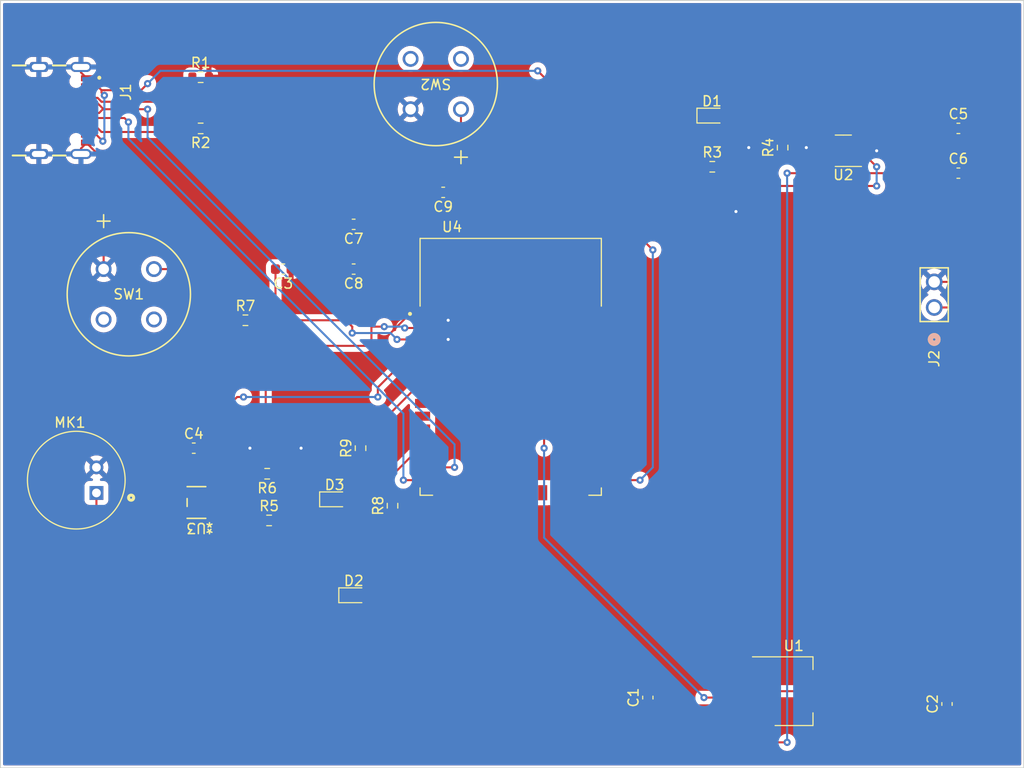
<source format=kicad_pcb>
(kicad_pcb (version 20221018) (generator pcbnew)
  (layers (0 "F.Cu" signal) (31 "B.Cu" signal) (34 "B.Paste" user) (35 "F.Paste" user) (36 "B.SilkS" user "B.Silkscreen") (37 "F.SilkS" user "F.Silkscreen") (38 "B.Mask" user) (39 "F.Mask" user) (44 "Edge.Cuts" user))
  (net 0 "")
  (net 1 "+5V")
  (net 2 "GND")
  (net 3 "+3.3V")
  (net 4 "Net-(U4-EN)")
  (net 5 "Net-(U4-GPIO4{slash}TOUCH4{slash}ADC1_CH3)")
  (net 6 "Net-(U3-V-)")
  (net 7 "+BATT")
  (net 8 "Net-(U4-GPIO0)")
  (net 9 "Net-(D1-K)")
  (net 10 "Net-(D2-A)")
  (net 11 "Net-(D3-A)")
  (net 12 "Net-(J1-CC1)")
  (net 13 "/D+")
  (net 14 "/D-")
  (net 16 "Net-(J1-CC2)")
  (net 18 "Net-(MK1--)")
  (net 19 "Net-(U2-STAT)")
  (net 20 "Net-(U2-PROG)")
  (net 21 "Net-(U3-+)")
  (net 22 "Net-(U4-GPIO8{slash}TOUCH8{slash}ADC1_CH7)")
  (net 23 "Net-(U4-GPIO7{slash}TOUCH7{slash}ADC1_CH6)")
  (footprint "Audio_Module:MIC_CMA-4544PF-W" (layer "F.Cu") (at 72.295 93.98)
    (fp_text reference "MK1" (at -0.635215 -5.717015) (layer "F.SilkS") (effects (font (size 1.000354 1.000354))))
    (fp_text value "Microphone")
    (pad "1" thru_hole rect (at 2 1.27) (size 1.378 1.378) (drill 0.87) (layers "*.Cu" "*.Mask") (net 18 "Net-(MK1--)"))
    (pad "2" thru_hole circle (at 2 -1.27) (size 1.378 1.378) (drill 0.87) (layers "*.Cu" "*.Mask") (net 2 "GND"))
  )
  (footprint "Capacitor_SMD:C_0603_1608Metric" (layer "F.Cu") (at 99.835 73.025 180)
    (fp_text reference "C8" (at 0 -1.43) (layer "F.SilkS"))
    (fp_text value ".1uF")
    (pad "1" smd roundrect (at -0.775 0 180) (size 0.9 0.95) (layers "F.Cu" "F.Paste" "F.Mask") (net 2 "GND"))
    (pad "2" smd roundrect (at 0.775 0 180) (size 0.9 0.95) (layers "F.Cu" "F.Paste" "F.Mask") (net 3 "+3.3V"))
  )
  (footprint "Capacitor_SMD:C_0603_1608Metric" (layer "F.Cu") (at 159.88 63.5)
    (fp_text reference "C6" (at 0 -1.43) (layer "F.SilkS"))
    (fp_text value "4.7 uF")
    (pad "1" smd roundrect (at -0.775 0) (size 0.9 0.95) (layers "F.Cu" "F.Paste" "F.Mask") (net 1 "+5V"))
    (pad "2" smd roundrect (at 0.775 0) (size 0.9 0.95) (layers "F.Cu" "F.Paste" "F.Mask") (net 2 "GND"))
  )
  (footprint "Resistor_SMD:R_0603_1608Metric" (layer "F.Cu") (at 84.645 59.055 180)
    (fp_text reference "R2" (at 0 -1.43) (layer "F.SilkS"))
    (fp_text value "5.1 k")
    (pad "1" smd roundrect (at -0.825 0 180) (size 0.8 0.95) (layers "F.Cu" "F.Paste" "F.Mask") (net 2 "GND"))
    (pad "2" smd roundrect (at 0.825 0 180) (size 0.8 0.95) (layers "F.Cu" "F.Paste" "F.Mask") (net 16 "Net-(J1-CC2)"))
  )
  (footprint "LED_SMD:LED_0603_1608Metric" (layer "F.Cu") (at 99.8475 105.41)
    (fp_text reference "D2" (at 0 -1.43) (layer "F.SilkS"))
    (fp_text value "LED")
    (pad "1" smd roundrect (at -0.7875 0) (size 0.875 0.95) (layers "F.Cu" "F.Paste" "F.Mask") (net 2 "GND"))
    (pad "2" smd roundrect (at 0.7875 0) (size 0.875 0.95) (layers "F.Cu" "F.Paste" "F.Mask") (net 10 "Net-(D2-A)"))
  )
  (footprint "Audio_Module:D6R90_CNK" (layer "F.Cu") (at 110.49 57.15 180)
    (fp_text reference "SW2" (at 2.5 2.499995 180 unlocked) (layer "F.SilkS"))
    (fp_text value "Boot")
    (pad "1" thru_hole circle (at 0 0 180) (size 1.5748 1.5748) (drill 1.0668) (layers "*.Cu" "*.Mask") (net 8 "Net-(U4-GPIO0)"))
    (pad "2" thru_hole circle (at 5 0 180) (size 1.5748 1.5748) (drill 1.0668) (layers "*.Cu" "*.Mask") (net 2 "GND"))
    (pad "3" thru_hole circle (at 5 4.99999 180) (size 1.5748 1.5748) (drill 1.0668) (layers "*.Cu" "*.Mask"))
    (pad "4" thru_hole circle (at 0 4.99999 180) (size 1.5748 1.5748) (drill 1.0668) (layers "*.Cu" "*.Mask"))
  )
  (footprint "Capacitor_SMD:C_0603_1608Metric" (layer "F.Cu") (at 92.85 73.025 180)
    (fp_text reference "C3" (at 0 -1.43) (layer "F.SilkS"))
    (fp_text value ".1uF")
    (pad "1" smd roundrect (at -0.775 0 180) (size 0.9 0.95) (layers "F.Cu" "F.Paste" "F.Mask") (net 2 "GND"))
    (pad "2" smd roundrect (at 0.775 0 180) (size 0.9 0.95) (layers "F.Cu" "F.Paste" "F.Mask") (net 4 "Net-(U4-EN)"))
  )
  (footprint "Audio_Module:CONN_61300211121_WRE" (layer "F.Cu") (at 157.48 76.835 90)
    (fp_text reference "J2" (at -5.08 0 90 unlocked) (layer "F.SilkS"))
    (fp_text value "Conn_01x02_Pin")
    (pad "1" thru_hole circle (at 0 0 90) (size 1.651 1.651) (drill 1.143) (layers "*.Cu" "*.Mask") (net 7 "+BATT"))
    (pad "2" thru_hole circle (at 2.54 0 90) (size 1.651 1.651) (drill 1.143) (layers "*.Cu" "*.Mask") (net 2 "GND"))
  )
  (footprint "Resistor_SMD:R_0603_1608Metric" (layer "F.Cu") (at 100.52 90.805 90)
    (fp_text reference "R9" (at 0 -1.43 90) (layer "F.SilkS"))
    (fp_text value "470")
    (pad "1" smd roundrect (at -0.825 0 90) (size 0.8 0.95) (layers "F.Cu" "F.Paste" "F.Mask") (net 23 "Net-(U4-GPIO7{slash}TOUCH7{slash}ADC1_CH6)"))
    (pad "2" smd roundrect (at 0.825 0 90) (size 0.8 0.95) (layers "F.Cu" "F.Paste" "F.Mask") (net 11 "Net-(D3-A)"))
  )
  (footprint "Package_TO_SOT_SMD:SOT-223-3_TabPin2" (layer "F.Cu") (at 143.535 114.935)
    (fp_text reference "U1" (at 0 -4.5) (layer "F.SilkS"))
    (fp_text value "LD1117S33TR_SOT223")
    (pad "1" smd rect (at -3.15 -2.3) (size 2 1.5) (layers "F.Cu" "F.Paste" "F.Mask") (net 2 "GND"))
    (pad "2" smd rect (at -3.15 0) (size 2 1.5) (layers "F.Cu" "F.Paste" "F.Mask") (net 3 "+3.3V"))
    (pad "2" smd rect (at 3.15 0) (size 2 3.8) (layers "F.Cu" "F.Paste" "F.Mask") (net 3 "+3.3V"))
    (pad "3" smd rect (at -3.15 2.3) (size 2 1.5) (layers "F.Cu" "F.Paste" "F.Mask") (net 1 "+5V"))
  )
  (footprint "Capacitor_SMD:C_0603_1608Metric" (layer "F.Cu") (at 158.75 116.205 90)
    (fp_text reference "C2" (at 0 -1.43 90) (layer "F.SilkS"))
    (fp_text value "10uF")
    (pad "1" smd roundrect (at -0.775 0 90) (size 0.9 0.95) (layers "F.Cu" "F.Paste" "F.Mask") (net 3 "+3.3V"))
    (pad "2" smd roundrect (at 0.775 0 90) (size 0.9 0.95) (layers "F.Cu" "F.Paste" "F.Mask") (net 2 "GND"))
  )
  (footprint "Resistor_SMD:R_0603_1608Metric" (layer "F.Cu") (at 91.25 93.345 180)
    (fp_text reference "R6" (at 0 -1.43) (layer "F.SilkS"))
    (fp_text value "1k")
    (pad "1" smd roundrect (at -0.825 0 180) (size 0.8 0.95) (layers "F.Cu" "F.Paste" "F.Mask") (net 21 "Net-(U3-+)"))
    (pad "2" smd roundrect (at 0.825 0 180) (size 0.8 0.95) (layers "F.Cu" "F.Paste" "F.Mask") (net 2 "GND"))
  )
  (footprint "Capacitor_SMD:C_0603_1608Metric" (layer "F.Cu") (at 159.88 59.055)
    (fp_text reference "C5" (at 0 -1.43) (layer "F.SilkS"))
    (fp_text value "4.7 uF")
    (pad "1" smd roundrect (at -0.775 0) (size 0.9 0.95) (layers "F.Cu" "F.Paste" "F.Mask") (net 7 "+BATT"))
    (pad "2" smd roundrect (at 0.775 0) (size 0.9 0.95) (layers "F.Cu" "F.Paste" "F.Mask") (net 2 "GND"))
  )
  (footprint "Resistor_SMD:R_0603_1608Metric" (layer "F.Cu") (at 142.43 60.96 90)
    (fp_text reference "R4" (at 0 -1.43 90) (layer "F.SilkS"))
    (fp_text value "2000")
    (pad "1" smd roundrect (at -0.825 0 90) (size 0.8 0.95) (layers "F.Cu" "F.Paste" "F.Mask") (net 20 "Net-(U2-PROG)"))
    (pad "2" smd roundrect (at 0.825 0 90) (size 0.8 0.95) (layers "F.Cu" "F.Paste" "F.Mask") (net 2 "GND"))
  )
  (footprint "LED_SMD:LED_0603_1608Metric" (layer "F.Cu") (at 135.4075 57.785)
    (fp_text reference "D1" (at 0 -1.43) (layer "F.SilkS"))
    (fp_text value "LED")
    (pad "1" smd roundrect (at -0.7875 0) (size 0.875 0.95) (layers "F.Cu" "F.Paste" "F.Mask") (net 9 "Net-(D1-K)"))
    (pad "2" smd roundrect (at 0.7875 0) (size 0.875 0.95) (layers "F.Cu" "F.Paste" "F.Mask") (net 1 "+5V"))
  )
  (footprint "Audio_Module:D6R90_CNK" (layer "F.Cu") (at 75.01 73.025)
    (fp_text reference "SW1" (at 2.5 2.499995 unlocked) (layer "F.SilkS"))
    (fp_text value "Reset")
    (pad "1" thru_hole circle (at 0 0) (size 1.5748 1.5748) (drill 1.0668) (layers "*.Cu" "*.Mask") (net 2 "GND"))
    (pad "2" thru_hole circle (at 5 0) (size 1.5748 1.5748) (drill 1.0668) (layers "*.Cu" "*.Mask") (net 4 "Net-(U4-EN)"))
    (pad "3" thru_hole circle (at 5 4.99999) (size 1.5748 1.5748) (drill 1.0668) (layers "*.Cu" "*.Mask"))
    (pad "4" thru_hole circle (at 0 4.99999) (size 1.5748 1.5748) (drill 1.0668) (layers "*.Cu" "*.Mask"))
  )
  (footprint "Capacitor_SMD:C_0603_1608Metric" (layer "F.Cu") (at 108.725 65.405 180)
    (fp_text reference "C9" (at 0 -1.43) (layer "F.SilkS"))
    (fp_text value ".1uF")
    (pad "1" smd roundrect (at -0.775 0 180) (size 0.9 0.95) (layers "F.Cu" "F.Paste" "F.Mask") (net 8 "Net-(U4-GPIO0)"))
    (pad "2" smd roundrect (at 0.775 0 180) (size 0.9 0.95) (layers "F.Cu" "F.Paste" "F.Mask") (net 2 "GND"))
  )
  (footprint "Audio_Module:GCT_USB4105-GF-A" (layer "F.Cu") (at 68.58 57.275 -90)
    (fp_text reference "J1" (at -1.825 -8.635 90) (layer "F.SilkS"))
    (fp_text value "USB_C_Receptacle_USB2.0")
    (pad "" np_thru_hole circle (at -2.89 -3.68 270) (size 0.65 0.65) (drill 0.65) (layers "*.Cu" "*.Mask"))
    (pad "" np_thru_hole circle (at 2.89 -3.68 270) (size 0.65 0.65) (drill 0.65) (layers "*.Cu" "*.Mask"))
    (pad "A1_B12" smd rect (at -3.2 -4.755 270) (size 0.6 1.15) (layers "F.Cu" "F.Paste" "F.Mask") (net 2 "GND"))
    (pad "A4_B9" smd rect (at -2.4 -4.755 270) (size 0.6 1.15) (layers "F.Cu" "F.Paste" "F.Mask") (net 1 "+5V"))
    (pad "A5" smd rect (at -1.25 -4.755 270) (size 0.3 1.15) (layers "F.Cu" "F.Paste" "F.Mask") (net 12 "Net-(J1-CC1)"))
    (pad "A6" smd rect (at -0.25 -4.755 270) (size 0.3 1.15) (layers "F.Cu" "F.Paste" "F.Mask") (net 13 "/D+"))
    (pad "A7" smd rect (at 0.25 -4.755 270) (size 0.3 1.15) (layers "F.Cu" "F.Paste" "F.Mask") (net 14 "/D-"))
    (pad "A8" smd rect (at 1.25 -4.755 270) (size 0.3 1.15) (layers "F.Cu" "F.Paste" "F.Mask"))
    (pad "B1_A12" smd rect (at 3.2 -4.755 270) (size 0.6 1.15) (layers "F.Cu" "F.Paste" "F.Mask") (net 2 "GND"))
    (pad "B4_A9" smd rect (at 2.4 -4.755 270) (size 0.6 1.15) (layers "F.Cu" "F.Paste" "F.Mask") (net 1 "+5V"))
    (pad "B5" smd rect (at 1.75 -4.755 270) (size 0.3 1.15) (layers "F.Cu" "F.Paste" "F.Mask") (net 16 "Net-(J1-CC2)"))
    (pad "B6" smd rect (at 0.75 -4.755 270) (size 0.3 1.15) (layers "F.Cu" "F.Paste" "F.Mask") (net 13 "/D+"))
    (pad "B7" smd rect (at -0.75 -4.755 270) (size 0.3 1.15) (layers "F.Cu" "F.Paste" "F.Mask") (net 14 "/D-"))
    (pad "B8" smd rect (at -1.75 -4.755 270) (size 0.3 1.15) (layers "F.Cu" "F.Paste" "F.Mask"))
    (pad "SH1" thru_hole oval (at -4.32 -4.18 270) (size 1 2.1) (drill oval 0.6 1.7) (layers "*.Cu" "*.Mask") (net 2 "GND"))
    (pad "SH2" thru_hole oval (at 4.32 -4.18 270) (size 1 2.1) (drill oval 0.6 1.7) (layers "*.Cu" "*.Mask") (net 2 "GND"))
    (pad "SH3" thru_hole roundrect (at -4.32 0 270) (size 1 1.8) (drill oval 0.6 1.4) (layers "*.Cu" "*.Mask") (net 2 "GND"))
    (pad "SH4" thru_hole roundrect (at 4.32 0 270) (size 1 1.8) (drill oval 0.6 1.4) (layers "*.Cu" "*.Mask") (net 2 "GND"))
  )
  (footprint "Capacitor_SMD:C_0603_1608Metric" (layer "F.Cu") (at 99.835 68.58 180)
    (fp_text reference "C7" (at 0 -1.43) (layer "F.SilkS"))
    (fp_text value "1uF")
    (pad "1" smd roundrect (at -0.775 0 180) (size 0.9 0.95) (layers "F.Cu" "F.Paste" "F.Mask") (net 2 "GND"))
    (pad "2" smd roundrect (at 0.775 0 180) (size 0.9 0.95) (layers "F.Cu" "F.Paste" "F.Mask") (net 3 "+3.3V"))
  )
  (footprint "Resistor_SMD:R_0603_1608Metric" (layer "F.Cu") (at 84.645 53.975)
    (fp_text reference "R1" (at 0 -1.43) (layer "F.SilkS"))
    (fp_text value "5.1 k")
    (pad "1" smd roundrect (at -0.825 0) (size 0.8 0.95) (layers "F.Cu" "F.Paste" "F.Mask") (net 12 "Net-(J1-CC1)"))
    (pad "2" smd roundrect (at 0.825 0) (size 0.8 0.95) (layers "F.Cu" "F.Paste" "F.Mask") (net 2 "GND"))
  )
  (footprint "LED_SMD:LED_0603_1608Metric" (layer "F.Cu") (at 97.9425 95.885)
    (fp_text reference "D3" (at 0 -1.43) (layer "F.SilkS"))
    (fp_text value "LED")
    (pad "1" smd roundrect (at -0.7875 0) (size 0.875 0.95) (layers "F.Cu" "F.Paste" "F.Mask") (net 2 "GND"))
    (pad "2" smd roundrect (at 0.7875 0) (size 0.875 0.95) (layers "F.Cu" "F.Paste" "F.Mask") (net 11 "Net-(D3-A)"))
  )
  (footprint "Capacitor_SMD:C_0603_1608Metric" (layer "F.Cu") (at 83.96 90.805)
    (fp_text reference "C4" (at 0 -1.43) (layer "F.SilkS"))
    (fp_text value "1 uF")
    (pad "1" smd roundrect (at -0.775 0) (size 0.9 0.95) (layers "F.Cu" "F.Paste" "F.Mask") (net 5 "Net-(U4-GPIO4{slash}TOUCH4{slash}ADC1_CH3)"))
    (pad "2" smd roundrect (at 0.775 0) (size 0.9 0.95) (layers "F.Cu" "F.Paste" "F.Mask") (net 6 "Net-(U3-V-)"))
  )
  (footprint "Package_TO_SOT_SMD:SOT-23-5" (layer "F.Cu") (at 148.4575 61.275 180)
    (fp_text reference "U2" (at 0 -2.4) (layer "F.SilkS"))
    (fp_text value "MCP73831-2-OT")
    (pad "1" smd roundrect (at -1.1375 -0.95 180) (size 1.325 0.6) (layers "F.Cu" "F.Paste" "F.Mask") (net 19 "Net-(U2-STAT)"))
    (pad "2" smd roundrect (at -1.1375 0 180) (size 1.325 0.6) (layers "F.Cu" "F.Paste" "F.Mask") (net 2 "GND"))
    (pad "3" smd roundrect (at -1.1375 0.95 180) (size 1.325 0.6) (layers "F.Cu" "F.Paste" "F.Mask") (net 7 "+BATT"))
    (pad "4" smd roundrect (at 1.1375 0.95 180) (size 1.325 0.6) (layers "F.Cu" "F.Paste" "F.Mask") (net 1 "+5V"))
    (pad "5" smd roundrect (at 1.1375 -0.95 180) (size 1.325 0.6) (layers "F.Cu" "F.Paste" "F.Mask") (net 20 "Net-(U2-PROG)"))
  )
  (footprint "Audio_Module:XCVR_ESP32-S2-SOLO-N4" (layer "F.Cu") (at 115.43 82.73)
    (fp_text reference "U4" (at -5.825 -13.885) (layer "F.SilkS"))
    (fp_text value "ESP32-S2-SOLO")
    (pad "1" smd rect (at -8.75 -5.26) (size 1.5 0.9) (layers "F.Cu" "F.Paste" "F.Mask") (net 2 "GND"))
    (pad "2" smd rect (at -8.75 -3.99) (size 1.5 0.9) (layers "F.Cu" "F.Paste" "F.Mask") (net 3 "+3.3V"))
    (pad "3" smd rect (at -8.75 -2.72) (size 1.5 0.9) (layers "F.Cu" "F.Paste" "F.Mask") (net 4 "Net-(U4-EN)"))
    (pad "4" smd rect (at -8.75 -1.45) (size 1.5 0.9) (layers "F.Cu" "F.Paste" "F.Mask") (net 5 "Net-(U4-GPIO4{slash}TOUCH4{slash}ADC1_CH3)"))
    (pad "5" smd rect (at -8.75 -0.18) (size 1.5 0.9) (layers "F.Cu" "F.Paste" "F.Mask"))
    (pad "6" smd rect (at -8.75 1.09) (size 1.5 0.9) (layers "F.Cu" "F.Paste" "F.Mask"))
    (pad "7" smd rect (at -8.75 2.36) (size 1.5 0.9) (layers "F.Cu" "F.Paste" "F.Mask") (net 23 "Net-(U4-GPIO7{slash}TOUCH7{slash}ADC1_CH6)"))
    (pad "8" smd rect (at -8.75 3.63) (size 1.5 0.9) (layers "F.Cu" "F.Paste" "F.Mask"))
    (pad "9" smd rect (at -8.75 4.9) (size 1.5 0.9) (layers "F.Cu" "F.Paste" "F.Mask"))
    (pad "10" smd rect (at -8.75 6.17) (size 1.5 0.9) (layers "F.Cu" "F.Paste" "F.Mask"))
    (pad "11" smd rect (at -8.75 7.44) (size 1.5 0.9) (layers "F.Cu" "F.Paste" "F.Mask"))
    (pad "12" smd rect (at -8.75 8.71) (size 1.5 0.9) (layers "F.Cu" "F.Paste" "F.Mask") (net 22 "Net-(U4-GPIO8{slash}TOUCH8{slash}ADC1_CH7)"))
    (pad "13" smd rect (at -8.75 9.98) (size 1.5 0.9) (layers "F.Cu" "F.Paste" "F.Mask") (net 14 "/D-"))
    (pad "14" smd rect (at -8.75 11.25) (size 1.5 0.9) (layers "F.Cu" "F.Paste" "F.Mask") (net 13 "/D+"))
    (pad "15" smd rect (at -6.985 12.5) (size 0.9 1.5) (layers "F.Cu" "F.Paste" "F.Mask"))
    (pad "16" smd rect (at -5.715 12.5) (size 0.9 1.5) (layers "F.Cu" "F.Paste" "F.Mask"))
    (pad "17" smd rect (at -4.445 12.5) (size 0.9 1.5) (layers "F.Cu" "F.Paste" "F.Mask"))
    (pad "18" smd rect (at -3.175 12.5) (size 0.9 1.5) (layers "F.Cu" "F.Paste" "F.Mask"))
    (pad "19" smd rect (at -1.905 12.5) (size 0.9 1.5) (layers "F.Cu" "F.Paste" "F.Mask"))
    (pad "20" smd rect (at -0.635 12.5) (size 0.9 1.5) (layers "F.Cu" "F.Paste" "F.Mask"))
    (pad "21" smd rect (at 0.635 12.5) (size 0.9 1.5) (layers "F.Cu" "F.Paste" "F.Mask"))
    (pad "22" smd rect (at 1.905 12.5) (size 0.9 1.5) (layers "F.Cu" "F.Paste" "F.Mask"))
    (pad "23" smd rect (at 3.175 12.5) (size 0.9 1.5) (layers "F.Cu" "F.Paste" "F.Mask"))
    (pad "24" smd rect (at 4.445 12.5) (size 0.9 1.5) (layers "F.Cu" "F.Paste" "F.Mask"))
    (pad "25" smd rect (at 5.715 12.5) (size 0.9 1.5) (layers "F.Cu" "F.Paste" "F.Mask"))
    (pad "26" smd rect (at 6.985 12.5) (size 0.9 1.5) (layers "F.Cu" "F.Paste" "F.Mask"))
    (pad "27" smd rect (at 8.75 11.25) (size 1.5 0.9) (layers "F.Cu" "F.Paste" "F.Mask") (net 8 "Net-(U4-GPIO0)"))
    (pad "28" smd rect (at 8.75 9.98) (size 1.5 0.9) (layers "F.Cu" "F.Paste" "F.Mask"))
    (pad "29" smd rect (at 8.75 8.71) (size 1.5 0.9) (layers "F.Cu" "F.Paste" "F.Mask"))
    (pad "30" smd rect (at 8.75 7.44) (size 1.5 0.9) (layers "F.Cu" "F.Paste" "F.Mask"))
    (pad "31" smd rect (at 8.75 6.17) (size 1.5 0.9) (layers "F.Cu" "F.Paste" "F.Mask"))
    (pad "32" smd rect (at 8.75 4.9) (size 1.5 0.9) (layers "F.Cu" "F.Paste" "F.Mask"))
    (pad "33" smd rect (at 8.75 3.63) (size 1.5 0.9) (layers "F.Cu" "F.Paste" "F.Mask"))
    (pad "34" smd rect (at 8.75 2.36) (size 1.5 0.9) (layers "F.Cu" "F.Paste" "F.Mask"))
    (pad "35" smd rect (at 8.75 1.09) (size 1.5 0.9) (layers "F.Cu" "F.Paste" "F.Mask"))
    (pad "36" smd rect (at 8.75 -0.18) (size 1.5 0.9) (layers "F.Cu" "F.Paste" "F.Mask"))
    (pad "37" smd rect (at 8.75 -1.45) (size 1.5 0.9) (layers "F.Cu" "F.Paste" "F.Mask"))
    (pad "38" smd rect (at 8.75 -2.72) (size 1.5 0.9) (layers "F.Cu" "F.Paste" "F.Mask"))
    (pad "39" smd rect (at 8.75 -3.99) (size 1.5 0.9) (layers "F.Cu" "F.Paste" "F.Mask"))
    (pad "40" smd rect (at 8.75 -5.26) (size 1.5 0.9) (layers "F.Cu" "F.Paste" "F.Mask") (net 2 "GND"))
    (pad "41_1" smd rect (at -2.9 1.06) (size 0.9 0.9) (layers "F.Cu" "F.Paste" "F.Mask") (net 2 "GND"))
    (pad "41_2" smd rect (at -1.5 1.06) (size 0.9 0.9) (layers "F.Cu" "F.Paste" "F.Mask") (net 2 "GND"))
    (pad "41_3" smd rect (at -0.1 1.06) (size 0.9 0.9) (layers "F.Cu" "F.Paste" "F.Mask") (net 2 "GND"))
    (pad "41_4" smd rect (at -2.9 2.46) (size 0.9 0.9) (layers "F.Cu" "F.Paste" "F.Mask") (net 2 "GND"))
    (pad "41_5" smd rect (at -1.5 2.46) (size 0.9 0.9) (layers "F.Cu" "F.Paste" "F.Mask") (net 2 "GND"))
    (pad "41_6" smd rect (at -0.1 2.46) (size 0.9 0.9) (layers "F.Cu" "F.Paste" "F.Mask") (net 2 "GND"))
    (pad "41_7" smd rect (at -2.9 3.86) (size 0.9 0.9) (layers "F.Cu" "F.Paste" "F.Mask") (net 2 "GND"))
    (pad "41_8" smd rect (at -1.5 3.86) (size 0.9 0.9) (layers "F.Cu" "F.Paste" "F.Mask") (net 2 "GND"))
    (pad "41_9" smd rect (at -0.1 3.86) (size 0.9 0.9) (layers "F.Cu" "F.Paste" "F.Mask") (net 2 "GND"))
    (zone (net 0) (net_name "") (layer "F.Cu") (connect_pads (clearance 0)) (min_thickness 0.01)
      (keepout (tracks not_allowed) (vias not_allowed) (pads not_allowed) (copperpour not_allowed) (footprints allowed))
      (fill (thermal_gap 0.508) (thermal_bridge_width 0.508))
      (polygon (pts (xy 106.43 69.98) (xy 124.43 69.98) (xy 124.43 75.98) (xy 106.43 75.98)))
    )
  )
  (footprint "Audio_Module:SOT-23-5_MC_MCH-L" (layer "F.Cu") (at 84.2264 96.200001 180)
    (fp_text reference "U3" (at 0 -2.54 180 unlocked) (layer "F.SilkS"))
    (fp_text value "${SIM.PARAMS}" hide)
    (fp_text user "*" (at -1.2954 -2.5502 180 unlocked) (layer "F.SilkS"))
    (fp_text user "*" (at -1.2954 -2.5502) (layer "F.SilkS"))
    (pad "1" smd rect (at -1.0414 -0.950001 180) (size 1.016 0.4572) (layers "F.Cu" "F.Paste" "F.Mask") (net 21 "Net-(U3-+)"))
    (pad "2" smd rect (at -1.0414 0 180) (size 1.016 0.4572) (layers "F.Cu" "F.Paste" "F.Mask") (net 18 "Net-(MK1--)"))
    (pad "3" smd rect (at -1.0414 0.950001 180) (size 1.016 0.4572) (layers "F.Cu" "F.Paste" "F.Mask") (net 2 "GND"))
    (pad "4" smd rect (at 1.0414 0.950001 180) (size 1.016 0.4572) (layers "F.Cu" "F.Paste" "F.Mask") (net 6 "Net-(U3-V-)"))
    (pad "5" smd rect (at 1.0414 -0.950001 180) (size 1.016 0.4572) (layers "F.Cu" "F.Paste" "F.Mask") (net 18 "Net-(MK1--)"))
  )
  (footprint "Resistor_SMD:R_0603_1608Metric" (layer "F.Cu") (at 135.445 62.865)
    (fp_text reference "R3" (at 0 -1.43) (layer "F.SilkS"))
    (fp_text value "470")
    (pad "1" smd roundrect (at -0.825 0) (size 0.8 0.95) (layers "F.Cu" "F.Paste" "F.Mask") (net 9 "Net-(D1-K)"))
    (pad "2" smd roundrect (at 0.825 0) (size 0.8 0.95) (layers "F.Cu" "F.Paste" "F.Mask") (net 19 "Net-(U2-STAT)"))
  )
  (footprint "Capacitor_SMD:C_0603_1608Metric" (layer "F.Cu") (at 129.045 115.57 90)
    (fp_text reference "C1" (at 0 -1.43 90) (layer "F.SilkS"))
    (fp_text value "100nF")
    (pad "1" smd roundrect (at -0.775 0 90) (size 0.9 0.95) (layers "F.Cu" "F.Paste" "F.Mask") (net 1 "+5V"))
    (pad "2" smd roundrect (at 0.775 0 90) (size 0.9 0.95) (layers "F.Cu" "F.Paste" "F.Mask") (net 2 "GND"))
  )
  (footprint "Resistor_SMD:R_0603_1608Metric" (layer "F.Cu") (at 91.44 97.98)
    (fp_text reference "R5" (at 0 -1.43) (layer "F.SilkS"))
    (fp_text value "100")
    (pad "1" smd roundrect (at -0.825 0) (size 0.8 0.95) (layers "F.Cu" "F.Paste" "F.Mask") (net 3 "+3.3V"))
    (pad "2" smd roundrect (at 0.825 0) (size 0.8 0.95) (layers "F.Cu" "F.Paste" "F.Mask") (net 21 "Net-(U3-+)"))
  )
  (footprint "Resistor_SMD:R_0603_1608Metric" (layer "F.Cu") (at 89.09 78.105)
    (fp_text reference "R7" (at 0 -1.43) (layer "F.SilkS"))
    (fp_text value "10k")
    (pad "1" smd roundrect (at -0.825 0) (size 0.8 0.95) (layers "F.Cu" "F.Paste" "F.Mask") (net 3 "+3.3V"))
    (pad "2" smd roundrect (at 0.825 0) (size 0.8 0.95) (layers "F.Cu" "F.Paste" "F.Mask") (net 4 "Net-(U4-EN)"))
  )
  (footprint "Resistor_SMD:R_0603_1608Metric" (layer "F.Cu") (at 103.695 96.52 90)
    (fp_text reference "R8" (at 0 -1.43 90) (layer "F.SilkS"))
    (fp_text value "470")
    (pad "1" smd roundrect (at -0.825 0 90) (size 0.8 0.95) (layers "F.Cu" "F.Paste" "F.Mask") (net 10 "Net-(D2-A)"))
    (pad "2" smd roundrect (at 0.825 0 90) (size 0.8 0.95) (layers "F.Cu" "F.Paste" "F.Mask") (net 22 "Net-(U4-GPIO8{slash}TOUCH8{slash}ADC1_CH7)"))
  )
  (gr_line (start 64.77 122.555) (end 166.37 122.555) (stroke (width 0.1)) (layer "Edge.Cuts"))
  (gr_line (start 64.77 46.355) (end 64.77 122.555) (stroke (width 0.1)) (layer "Edge.Cuts"))
  (gr_line (start 166.37 46.355) (end 64.77 46.355) (stroke (width 0.1)) (layer "Edge.Cuts"))
  (gr_line (start 166.37 122.555) (end 166.37 46.355) (stroke (width 0.1)) (layer "Edge.Cuts"))
  (segment (start 140.385 119.965) (end 140.335 120.015) (width 0.2032) (layer "F.Cu") (net 1))
  (segment (start 140.335 120.015) (end 142.875 120.015) (width 0.2032) (layer "F.Cu") (net 1))
  (segment (start 136.195 57.785) (end 135.4406 57.0306) (width 0.2032) (layer "F.Cu") (net 1))
  (segment (start 74.93 60.325) (end 74.28 59.675) (width 0.2032) (layer "F.Cu") (net 1))
  (segment (start 79.375 54.61) (end 78.725 55.26) (width 0.2032) (layer "F.Cu") (net 1))
  (segment (start 74.8 55.26) (end 78.725 55.26) (width 0.2032) (layer "F.Cu") (net 1))
  (segment (start 73.335 54.875) (end 74.415 54.875) (width 0.2032) (layer "F.Cu") (net 1))
  (segment (start 129.045 116.345) (end 139.495 116.345) (width 0.2032) (layer "F.Cu") (net 1))
  (segment (start 74.8 55.26) (end 74.8 55.492443) (width 0.2032) (layer "F.Cu") (net 1))
  (segment (start 142.875 63.5) (end 149.59608 63.5) (width 0.2032) (layer "F.Cu") (net 1))
  (segment (start 148.2619 61.2669) (end 147.32 60.325) (width 0.2032) (layer "F.Cu") (net 1))
  (segment (start 149.59608 63.5) (end 148.2619 62.16582) (width 0.2032) (layer "F.Cu") (net 1))
  (segment (start 159.105 63.5) (end 149.59608 63.5) (width 0.2032) (layer "F.Cu") (net 1))
  (segment (start 140.385 117.235) (end 140.385 119.965) (width 0.2032) (layer "F.Cu") (net 1))
  (segment (start 139.495 116.345) (end 140.385 117.235) (width 0.2032) (layer "F.Cu") (net 1))
  (segment (start 135.4406 57.0306) (end 121.8006 57.0306) (width 0.2032) (layer "F.Cu") (net 1))
  (segment (start 74.28 59.675) (end 73.335 59.675) (width 0.2032) (layer "F.Cu") (net 1))
  (segment (start 121.8006 57.0306) (end 118.11 53.34) (width 0.2032) (layer "F.Cu") (net 1))
  (segment (start 136.195 57.785) (end 144.78 57.785) (width 0.2032) (layer "F.Cu") (net 1))
  (segment (start 74.415 54.875) (end 74.8 55.26) (width 0.2032) (layer "F.Cu") (net 1))
  (segment (start 74.8 55.492443) (end 75.083057 55.7755) (width 0.2032) (layer "F.Cu") (net 1))
  (segment (start 144.78 57.785) (end 147.32 60.325) (width 0.2032) (layer "F.Cu") (net 1))
  (segment (start 148.2619 62.16582) (end 148.2619 61.2669) (width 0.2032) (layer "F.Cu") (net 1))
  (via (at 79.375 54.61) (size 0.7112) (drill 0.3048) (layers "F.Cu" "B.Cu") (net 1))
  (via (at 118.11 53.34) (size 0.7112) (drill 0.3048) (layers "F.Cu" "B.Cu") (net 1))
  (via (at 74.93 60.325) (size 0.7112) (drill 0.3048) (layers "F.Cu" "B.Cu") (net 1))
  (via (at 75.083057 55.7755) (size 0.7112) (drill 0.3048) (layers "F.Cu" "B.Cu") (net 1))
  (via (at 142.875 120.015) (size 0.7112) (drill 0.3048) (layers "F.Cu" "B.Cu") (net 1))
  (via (at 142.875 63.5) (size 0.7112) (drill 0.3048) (layers "F.Cu" "B.Cu") (net 1))
  (segment (start 118.11 53.34) (end 80.645 53.34) (width 0.2032) (layer "B.Cu") (net 1))
  (segment (start 75.083057 60.171943) (end 74.93 60.325) (width 0.2032) (layer "B.Cu") (net 1))
  (segment (start 75.083057 55.7755) (end 75.083057 60.171943) (width 0.2032) (layer "B.Cu") (net 1))
  (segment (start 80.645 53.34) (end 79.375 54.61) (width 0.2032) (layer "B.Cu") (net 1))
  (segment (start 142.875 120.015) (end 142.875 63.5) (width 0.2032) (layer "B.Cu") (net 1))
  (segment (start 115.33 86.59) (end 115.33 85.19) (width 0.2032) (layer "F.Cu") (net 2))
  (segment (start 90.425 93.345) (end 90.425 91.695) (width 0.2032) (layer "F.Cu") (net 2))
  (segment (start 127.635 77.47) (end 137.795 67.31) (width 0.2032) (layer "F.Cu") (net 2))
  (segment (start 102.515 73.025) (end 106.96 77.47) (width 0.2032) (layer "F.Cu") (net 2))
  (segment (start 99.06 105.41) (end 108.445 114.795) (width 0.2032) (layer "F.Cu") (net 2))
  (segment (start 72.76 61.595) (end 72.76 61.05) (width 0.2032) (layer "F.Cu") (net 2))
  (segment (start 109.22 80.01) (end 112.53 83.32) (width 0.2032) (layer "F.Cu") (net 2))
  (segment (start 85.47 52.325) (end 85.47 53.975) (width 0.2032) (layer "F.Cu") (net 2))
  (segment (start 73.335 60.517762) (end 75.01 62.192762) (width 0.2032) (layer "F.Cu") (net 2))
  (segment (start 108.445 114.795) (end 129.045 114.795) (width 0.2032) (layer "F.Cu") (net 2))
  (segment (start 160.655 59.055) (end 158.435 61.275) (width 0.2032) (layer "F.Cu") (net 2))
  (segment (start 74.295 92.71) (end 73.606 92.021) (width 0.2032) (layer "F.Cu") (net 2))
  (segment (start 90.425 91.695) (end 89.535 90.805) (width 0.2032) (layer "F.Cu") (net 2))
  (segment (start 73.606 92.021) (end 73.606 74.429) (width 0.2032) (layer "F.Cu") (net 2))
  (segment (start 85.47 52.325) (end 83.945 50.8) (width 0.2032) (layer "F.Cu") (net 2))
  (segment (start 151.765 61.275) (end 149.595 61.275) (width 0.2032) (layer "F.Cu") (net 2))
  (segment (start 105.41 77.47) (end 106.96 77.47) (width 0.2032) (layer "F.Cu") (net 2))
  (segment (start 157.48 74.295) (end 163.195 74.295) (width 0.2032) (layer "F.Cu") (net 2))
  (segment (start 106.96 77.47) (end 124.46 77.47) (width 0.2032) (layer "F.Cu") (net 2))
  (segment (start 75.465 54.075) (end 73.335 54.075) (width 0.2032) (layer "F.Cu") (net 2))
  (segment (start 113.93 83.79) (end 115.33 83.79) (width 0.2032) (layer "F.Cu") (net 2))
  (segment (start 138.225 114.795) (end 140.385 112.635) (width 0.2032) (layer "F.Cu") (net 2))
  (segment (start 124.46 77.47) (end 127.635 77.47) (width 0.2032) (layer "F.Cu") (net 2))
  (segment (start 108.585 77.47) (end 106.68 77.47) (width 0.2032) (layer "F.Cu") (net 2))
  (segment (start 163.195 66.04) (end 160.655 63.5) (width 0.2032) (layer "F.Cu") (net 2))
  (segment (start 74.295 92.71) (end 77.343 95.758) (width 0.2032) (layer "F.Cu") (net 2))
  (segment (start 160.655 59.055) (end 160.655 63.5) (width 0.2032) (layer "F.Cu") (net 2))
  (segment (start 98.425 105.41) (end 97.155 104.14) (width 0.2032) (layer "F.Cu") (net 2))
  (segment (start 139.065 60.96) (end 139.89 60.135) (width 0.2032) (layer "F.Cu") (net 2))
  (segment (start 68.58 52.955) (end 72.76 52.955) (width 0.2032) (layer "F.Cu") (net 2))
  (segment (start 107.95 65.405) (end 102.235 65.405) (width 0.2032) (layer "F.Cu") (net 2))
  (segment (start 72.76 61.05) (end 73.335 60.475) (width 0.2032) (layer "F.Cu") (net 2))
  (segment (start 109.22 78.105) (end 108.585 77.47) (width 0.2032) (layer "F.Cu") (net 2))
  (segment (start 73.606 74.429) (end 75.01 73.025) (width 0.2032) (layer "F.Cu") (net 2))
  (segment (start 155.955 112.635) (end 140.385 112.635) (width 0.2032) (layer "F.Cu") (net 2))
  (segment (start 72.76 53.5) (end 73.335 54.075) (width 0.2032) (layer "F.Cu") (net 2))
  (segment (start 85.47 59.055) (end 103.585 59.055) (width 0.2032) (layer "F.Cu") (net 2))
  (segment (start 163.195 74.295) (end 163.195 66.04) (width 0.2032) (layer "F.Cu") (net 2))
  (segment (start 158.435 61.275) (end 151.765 61.275) (width 0.2032) (layer "F.Cu") (net 2))
  (segment (start 97.155 104.14) (end 97.155 95.885) (width 0.2032) (layer "F.Cu") (net 2))
  (segment (start 73.335 60.475) (end 73.335 60.517762) (width 0.2032) (layer "F.Cu") (net 2))
  (segment (start 100.61 68.58) (end 100.61 73.025) (width 0.2032) (layer "F.Cu") (net 2))
  (segment (start 112.53 85.19) (end 112.53 83.79) (width 0.2032) (layer "F.Cu") (net 2))
  (segment (start 115.33 85.19) (end 113.93 85.19) (width 0.2032) (layer "F.Cu") (net 2))
  (segment (start 158.75 115.43) (end 155.955 112.635) (width 0.2032) (layer "F.Cu") (net 2))
  (segment (start 99.06 105.41) (end 98.425 105.41) (width 0.2032) (layer "F.Cu") (net 2))
  (segment (start 75.01 62.192762) (end 75.01 73.025) (width 0.2032) (layer "F.Cu") (net 2))
  (segment (start 97.155 68.58) (end 97.155 66.675) (width 0.2032) (layer "F.Cu") (net 2))
  (segment (start 85.47 53.975) (end 85.47 59.055) (width 0.2032) (layer "F.Cu") (net 2))
  (segment (start 85.2678 95.25) (end 88.52 95.25) (width 0.2032) (layer "F.Cu") (net 2))
  (segment (start 94.615 88.265) (end 105.41 77.47) (width 0.2032) (layer "F.Cu") (net 2))
  (segment (start 100.61 73.025) (end 102.515 73.025) (width 0.2032) (layer "F.Cu") (net 2))
  (segment (start 94.615 90.805) (end 97.155 93.345) (width 0.2032) (layer "F.Cu") (net 2))
  (segment (start 112.53 83.32) (end 112.53 83.79) (width 0.2032) (layer "F.Cu") (net 2))
  (segment (start 97.155 66.675) (end 100.965 66.675) (width 0.2032) (layer "F.Cu") (net 2))
  (segment (start 142.43 60.135) (end 143.955 60.135) (width 0.2032) (layer "F.Cu") (net 2))
  (segment (start 103.585 59.055) (end 105.49 57.15) (width 0.2032) (layer "F.Cu") (net 2))
  (segment (start 84.4804 95.758) (end 84.9884 95.25) (width 0.2032) (layer "F.Cu") (net 2))
  (segment (start 68.58 61.595) (end 72.76 61.595) (width 0.2032) (layer "F.Cu") (net 2))
  (segment (start 93.625 72.11) (end 97.155 68.58) (width 0.2032) (layer "F.Cu") (net 2))
  (segment (start 100.61 67.03) (end 100.61 68.58) (width 0.2032) (layer "F.Cu") (net 2))
  (segment (start 102.235 65.405) (end 100.965 66.675) (width 0.2032) (layer "F.Cu") (net 2))
  (segment (start 129.045 114.795) (end 138.225 114.795) (width 0.2032) (layer "F.Cu") (net 2))
  (segment (start 143.955 60.135) (end 144.78 60.96) (width 0.2032) (layer "F.Cu") (net 2))
  (segment (start 77.343 95.758) (end 84.4804 95.758) (width 0.2032) (layer "F.Cu") (net 2))
  (segment (start 100.965 66.675) (end 100.61 67.03) (width 0.2032) (layer "F.Cu") (net 2))
  (segment (start 113.93 85.19) (end 112.53 85.19) (width 0.2032) (layer "F.Cu") (net 2))
  (segment (start 113.93 86.59) (end 115.33 86.59) (width 0.2032) (layer "F.Cu") (net 2))
  (segment (start 112.53 86.59) (end 113.93 86.59) (width 0.2032) (layer "F.Cu") (net 2))
  (segment (start 93.625 73.025) (end 93.625 72.11) (width 0.2032) (layer "F.Cu") (net 2))
  (segment (start 72.76 52.955) (end 72.76 53.5) (width 0.2032) (layer "F.Cu") (net 2))
  (segment (start 84.9884 95.25) (end 85.2678 95.25) (width 0.2032) (layer "F.Cu") (net 2))
  (segment (start 97.155 93.345) (end 97.155 95.885) (width 0.2032) (layer "F.Cu") (net 2))
  (segment (start 94.615 90.805) (end 94.615 88.265) (width 0.2032) (layer "F.Cu") (net 2))
  (segment (start 112.53 83.79) (end 113.93 83.79) (width 0.2032) (layer "F.Cu") (net 2))
  (segment (start 88.52 95.25) (end 90.425 93.345) (width 0.2032) (layer "F.Cu") (net 2))
  (segment (start 78.74 50.8) (end 75.465 54.075) (width 0.2032) (layer "F.Cu") (net 2))
  (segment (start 139.89 60.135) (end 142.43 60.135) (width 0.2032) (layer "F.Cu") (net 2))
  (segment (start 83.945 50.8) (end 78.74 50.8) (width 0.2032) (layer "F.Cu") (net 2))
  (via (at 137.795 67.31) (size 0.7112) (drill 0.3048) (layers "F.Cu" "B.Cu") (net 2))
  (via (at 144.78 60.96) (size 0.7112) (drill 0.3048) (layers "F.Cu" "B.Cu") (net 2))
  (via (at 151.765 61.275) (size 0.7112) (drill 0.3048) (layers "F.Cu" "B.Cu") (net 2))
  (via (at 94.615 90.805) (size 0.7112) (drill 0.3048) (layers "F.Cu" "B.Cu") (net 2))
  (via (at 109.22 78.105) (size 0.7112) (drill 0.3048) (layers "F.Cu" "B.Cu") (net 2))
  (via (at 139.065 60.96) (size 0.7112) (drill 0.3048) (layers "F.Cu" "B.Cu") (net 2))
  (via (at 89.535 90.805) (size 0.7112) (drill 0.3048) (layers "F.Cu" "B.Cu") (net 2))
  (via (at 109.22 80.01) (size 0.7112) (drill 0.3048) (layers "F.Cu" "B.Cu") (net 2))
  (segment (start 151.45 60.96) (end 151.765 61.275) (width 0.2032) (layer "B.Cu") (net 2))
  (segment (start 144.78 60.96) (end 151.45 60.96) (width 0.2032) (layer "B.Cu") (net 2))
  (segment (start 137.795 62.23) (end 139.065 60.96) (width 0.2032) (layer "B.Cu") (net 2))
  (segment (start 89.535 90.805) (end 94.615 90.805) (width 0.2032) (layer "B.Cu") (net 2))
  (segment (start 137.795 67.31) (end 137.795 62.23) (width 0.2032) (layer "B.Cu") (net 2))
  (segment (start 109.22 80.01) (end 109.22 78.105) (width 0.2032) (layer "B.Cu") (net 2))
  (segment (start 90.615 97.98) (end 91.1044 97.4906) (width 0.2032) (layer "F.Cu") (net 3))
  (segment (start 104.90616 78.87116) (end 106.54884 78.87116) (width 0.2032) (layer "F.Cu") (net 3))
  (segment (start 118.745 89.535) (end 118.745 90.805) (width 0.2032) (layer "F.Cu") (net 3))
  (segment (start 106.54884 78.87116) (end 106.68 78.74) (width 0.2032) (layer "F.Cu") (net 3))
  (segment (start 101.6 80.01) (end 101.6 78.74) (width 0.2032) (layer "F.Cu") (net 3))
  (segment (start 140.385 114.935) (end 146.685 114.935) (width 0.2032) (layer "F.Cu") (net 3))
  (segment (start 106.96 78.74) (end 112.0188 78.74) (width 0.2032) (layer "F.Cu") (net 3))
  (segment (start 98.425 75.565) (end 99.06 74.93) (width 0.2032) (layer "F.Cu") (net 3))
  (segment (start 101.6 78.74) (end 102.87 78.74) (width 0.2032) (layer "F.Cu") (net 3))
  (segment (start 100.965 80.645) (end 101.6 80.01) (width 0.2032) (layer "F.Cu") (net 3))
  (segment (start 139.75 115.57) (end 140.385 114.935) (width 0.2032) (layer "F.Cu") (net 3))
  (segment (start 112.0188 78.74) (end 118.745 85.4662) (width 0.2032) (layer "F.Cu") (net 3))
  (segment (start 158.75 116.98) (end 148.73 116.98) (width 0.2032) (layer "F.Cu") (net 3))
  (segment (start 148.73 116.98) (end 146.685 114.935) (width 0.2032) (layer "F.Cu") (net 3))
  (segment (start 106.097835 78.74) (end 106.96 78.74) (width 0.2032) (layer "F.Cu") (net 3))
  (segment (start 91.1044 80.9444) (end 90.805 80.645) (width 0.2032) (layer "F.Cu") (net 3))
  (segment (start 118.745 85.4662) (end 118.745 89.535) (width 0.2032) (layer "F.Cu") (net 3))
  (segment (start 101.6 78.74) (end 98.425 75.565) (width 0.2032) (layer "F.Cu") (net 3))
  (segment (start 90.805 80.645) (end 88.265 78.105) (width 0.2032) (layer "F.Cu") (net 3))
  (segment (start 90.805 80.645) (end 100.965 80.645) (width 0.2032) (layer "F.Cu") (net 3))
  (segment (start 99.06 68.58) (end 99.06 73.025) (width 0.2032) (layer "F.Cu") (net 3))
  (segment (start 99.06 73.025) (end 99.06 74.93) (width 0.2032) (layer "F.Cu") (net 3))
  (segment (start 91.1044 97.4906) (end 91.1044 80.9444) (width 0.2032) (layer "F.Cu") (net 3))
  (segment (start 134.62 115.57) (end 139.75 115.57) (width 0.2032) (layer "F.Cu") (net 3))
  (via (at 118.745 90.805) (size 0.7112) (drill 0.3048) (layers "F.Cu" "B.Cu") (net 3))
  (via (at 134.62 115.57) (size 0.7112) (drill 0.3048) (layers "F.Cu" "B.Cu") (net 3))
  (via (at 104.90616 78.87116) (size 0.7112) (drill 0.3048) (layers "F.Cu" "B.Cu") (net 3))
  (via (at 102.87 78.74) (size 0.7112) (drill 0.3048) (layers "F.Cu" "B.Cu") (net 3))
  (segment (start 104.775 78.74) (end 104.90616 78.87116) (width 0.2032) (layer "B.Cu") (net 3))
  (segment (start 102.87 78.74) (end 104.775 78.74) (width 0.2032) (layer "B.Cu") (net 3))
  (segment (start 118.745 90.805) (end 118.745 99.695) (width 0.2032) (layer "B.Cu") (net 3))
  (segment (start 118.745 99.695) (end 134.62 115.57) (width 0.2032) (layer "B.Cu") (net 3))
  (segment (start 92.075 75.945) (end 89.915 78.105) (width 0.2032) (layer "F.Cu") (net 4))
  (segment (start 99.695 78.74) (end 99.695 79.375) (width 0.2032) (layer "F.Cu") (net 4))
  (segment (start 80.01 73.025) (end 84.835 73.025) (width 0.2032) (layer "F.Cu") (net 4))
  (segment (start 89.915 78.105) (end 99.06 78.105) (width 0.2032) (layer "F.Cu") (net 4))
  (segment (start 84.835 73.025) (end 89.915 78.105) (width 0.2032) (layer "F.Cu") (net 4))
  (segment (start 99.06 78.105) (end 99.695 78.74) (width 0.2032) (layer "F.Cu") (net 4))
  (segment (start 104.14 80.01) (end 106.68 80.01) (width 0.2032) (layer "F.Cu") (net 4))
  (segment (start 92.075 73.025) (end 92.075 75.945) (width 0.2032) (layer "F.Cu") (net 4))
  (via (at 99.695 79.375) (size 0.7112) (drill 0.3048) (layers "F.Cu" "B.Cu") (net 4))
  (via (at 104.14 80.01) (size 0.7112) (drill 0.3048) (layers "F.Cu" "B.Cu") (net 4))
  (segment (start 103.505 79.375) (end 104.14 80.01) (width 0.2032) (layer "B.Cu") (net 4))
  (segment (start 99.695 79.375) (end 103.505 79.375) (width 0.2032) (layer "B.Cu") (net 4))
  (segment (start 83.185 90.805) (end 88.265 85.725) (width 0.2032) (layer "F.Cu") (net 5))
  (segment (start 106.68 81.28) (end 105.7268 81.28) (width 0.2032) (layer "F.Cu") (net 5))
  (segment (start 105.7268 81.28) (end 102.235 84.7718) (width 0.2032) (layer "F.Cu") (net 5))
  (segment (start 102.235 84.7718) (end 102.235 85.725) (width 0.2032) (layer "F.Cu") (net 5))
  (segment (start 106.4712 81.28) (end 106.96 81.28) (width 0.2032) (layer "F.Cu") (net 5))
  (segment (start 88.265 85.725) (end 88.9 85.725) (width 0.2032) (layer "F.Cu") (net 5))
  (via (at 88.9 85.725) (size 0.7112) (drill 0.3048) (layers "F.Cu" "B.Cu") (net 5))
  (via (at 102.235 85.725) (size 0.7112) (drill 0.3048) (layers "F.Cu" "B.Cu") (net 5))
  (segment (start 88.9 85.725) (end 102.235 85.725) (width 0.2032) (layer "B.Cu") (net 5))
  (segment (start 84.735 90.805) (end 84.735 93.7) (width 0.2032) (layer "F.Cu") (net 6))
  (segment (start 84.735 93.7) (end 83.185 95.25) (width 0.2032) (layer "F.Cu") (net 6))
  (segment (start 150.865 59.055) (end 149.595 60.325) (width 0.2032) (layer "F.Cu") (net 7))
  (segment (start 159.105 59.055) (end 159.8594 58.3006) (width 0.2032) (layer "F.Cu") (net 7))
  (segment (start 159.8594 58.3006) (end 161.095164 58.3006) (width 0.2032) (layer "F.Cu") (net 7))
  (segment (start 164.465 61.670436) (end 164.465 75.565) (width 0.2032) (layer "F.Cu") (net 7))
  (segment (start 164.465 75.565) (end 163.195 76.835) (width 0.2032) (layer "F.Cu") (net 7))
  (segment (start 159.105 59.055) (end 150.865 59.055) (width 0.2032) (layer "F.Cu") (net 7))
  (segment (start 157.48 76.835) (end 163.195 76.835) (width 0.2032) (layer "F.Cu") (net 7))
  (segment (start 161.095164 58.3006) (end 164.465 61.670436) (width 0.2032) (layer "F.Cu") (net 7))
  (segment (start 110.49 57.15) (end 110.49 64.415) (width 0.2032) (layer "F.Cu") (net 8))
  (segment (start 123.825 65.405) (end 129.54 71.12) (width 0.2032) (layer "F.Cu") (net 8))
  (segment (start 109.5 65.405) (end 123.825 65.405) (width 0.2032) (layer "F.Cu") (net 8))
  (segment (start 110.49 64.415) (end 109.5 65.405) (width 0.2032) (layer "F.Cu") (net 8))
  (segment (start 128.27 93.98) (end 124.46 93.98) (width 0.2032) (layer "F.Cu") (net 8))
  (via (at 129.54 71.12) (size 0.7112) (drill 0.3048) (layers "F.Cu" "B.Cu") (net 8))
  (via (at 128.27 93.98) (size 0.7112) (drill 0.3048) (layers "F.Cu" "B.Cu") (net 8))
  (segment (start 129.54 92.71) (end 128.27 93.98) (width 0.2032) (layer "B.Cu") (net 8))
  (segment (start 129.54 71.12) (end 129.54 92.71) (width 0.2032) (layer "B.Cu") (net 8))
  (segment (start 134.62 57.785) (end 134.62 62.865) (width 0.2032) (layer "F.Cu") (net 9))
  (segment (start 103.695 102.35) (end 100.635 105.41) (width 0.2032) (layer "F.Cu") (net 10))
  (segment (start 103.695 97.345) (end 103.695 102.35) (width 0.2032) (layer "F.Cu") (net 10))
  (segment (start 100.52 89.98) (end 98.73 91.77) (width 0.2032) (layer "F.Cu") (net 11))
  (segment (start 98.73 91.77) (end 98.73 95.885) (width 0.2032) (layer "F.Cu") (net 11))
  (segment (start 81.385 56.41) (end 74.8 56.41) (width 0.2032) (layer "F.Cu") (net 12))
  (segment (start 73.335 56.025) (end 74.415 56.025) (width 0.2032) (layer "F.Cu") (net 12))
  (segment (start 83.82 53.975) (end 81.385 56.41) (width 0.2032) (layer "F.Cu") (net 12))
  (segment (start 74.415 56.025) (end 74.8 56.41) (width 0.2032) (layer "F.Cu") (net 12))
  (segment (start 73.335 57.025) (end 72.5544 57.025) (width 0.2) (layer "F.Cu") (net 13))
  (segment (start 72.39 57.785) (end 72.63 58.025) (width 0.2) (layer "F.Cu") (net 13))
  (segment (start 72.5544 57.025) (end 72.39 57.1894) (width 0.2) (layer "F.Cu") (net 13))
  (segment (start 77.075 58.025) (end 77.47 58.42) (width 0.2) (layer "F.Cu") (net 13))
  (segment (start 72.63 58.025) (end 73.335 58.025) (width 0.2) (layer "F.Cu") (net 13))
  (segment (start 72.39 57.1894) (end 72.39 57.785) (width 0.2) (layer "F.Cu") (net 13))
  (segment (start 104.775 93.98) (end 106.68 93.98) (width 0.2) (layer "F.Cu") (net 13))
  (segment (start 73.335 58.025) (end 77.075 58.025) (width 0.2) (layer "F.Cu") (net 13))
  (via (at 77.47 58.42) (size 0.7112) (drill 0.3048) (layers "F.Cu" "B.Cu") (net 13))
  (via (at 104.775 93.98) (size 0.7112) (drill 0.3048) (layers "F.Cu" "B.Cu") (net 13))
  (segment (start 77.47 60.064237) (end 104.775 87.369237) (width 0.2) (layer "B.Cu") (net 13))
  (segment (start 77.47 58.42) (end 77.47 60.064237) (width 0.2) (layer "B.Cu") (net 13))
  (segment (start 104.775 87.369237) (end 104.775 93.98) (width 0.2) (layer "B.Cu") (net 13))
  (segment (start 74.966724 57.113276) (end 75.003448 57.15) (width 0.2) (layer "F.Cu") (net 14))
  (segment (start 74.555 57.525) (end 74.966724 57.113276) (width 0.2) (layer "F.Cu") (net 14))
  (segment (start 76.835 57.15) (end 79.375 57.15) (width 0.2) (layer "F.Cu") (net 14))
  (segment (start 73.335 56.525) (end 74.378448 56.525) (width 0.2) (layer "F.Cu") (net 14))
  (segment (start 109.855 92.71) (end 106.68 92.71) (width 0.2) (layer "F.Cu") (net 14))
  (segment (start 74.378448 56.525) (end 74.966724 57.113276) (width 0.2) (layer "F.Cu") (net 14))
  (segment (start 75.003448 57.15) (end 76.835 57.15) (width 0.2) (layer "F.Cu") (net 14))
  (segment (start 73.335 57.525) (end 74.555 57.525) (width 0.2) (layer "F.Cu") (net 14))
  (via (at 79.375 57.15) (size 0.7112) (drill 0.3048) (layers "F.Cu" "B.Cu") (net 14))
  (via (at 109.855 92.71) (size 0.7112) (drill 0.3048) (layers "F.Cu" "B.Cu") (net 14))
  (segment (start 79.375 59.950763) (end 109.855 90.430763) (width 0.2) (layer "B.Cu") (net 14))
  (segment (start 79.375 57.15) (end 79.375 59.950763) (width 0.2) (layer "B.Cu") (net 14))
  (segment (start 109.855 90.430763) (end 109.855 92.71) (width 0.2) (layer "B.Cu") (net 14))
  (segment (start 74.415 59.025) (end 73.335 59.025) (width 0.2032) (layer "F.Cu") (net 16))
  (segment (start 83.465 59.41) (end 74.8 59.41) (width 0.2032) (layer "F.Cu") (net 16))
  (segment (start 74.8 59.41) (end 74.415 59.025) (width 0.2032) (layer "F.Cu") (net 16))
  (segment (start 83.82 59.055) (end 83.465 59.41) (width 0.2032) (layer "F.Cu") (net 16))
  (segment (start 85.2678 96.200001) (end 84.135001 96.200001) (width 0.2032) (layer "F.Cu") (net 18))
  (segment (start 77.474998 97.150002) (end 83.185 97.150002) (width 0.2032) (layer "F.Cu") (net 18))
  (segment (start 76.2 98.425) (end 77.474998 97.150002) (width 0.2032) (layer "F.Cu") (net 18))
  (segment (start 74.295 95.25) (end 74.295 96.52) (width 0.2032) (layer "F.Cu") (net 18))
  (segment (start 74.295 96.52) (end 76.2 98.425) (width 0.2032) (layer "F.Cu") (net 18))
  (segment (start 84.135001 96.200001) (end 83.185 97.150002) (width 0.2032) (layer "F.Cu") (net 18))
  (segment (start 151.765 62.865) (end 151.125 62.225) (width 0.2032) (layer "F.Cu") (net 19))
  (segment (start 136.27 62.865) (end 138.175 64.77) (width 0.2032) (layer "F.Cu") (net 19))
  (segment (start 151.125 62.225) (end 149.595 62.225) (width 0.2032) (layer "F.Cu") (net 19))
  (segment (start 138.175 64.77) (end 151.765 64.77) (width 0.2032) (layer "F.Cu") (net 19))
  (via (at 151.765 62.865) (size 0.7112) (drill 0.3048) (layers "F.Cu" "B.Cu") (net 19))
  (via (at 151.765 64.77) (size 0.7112) (drill 0.3048) (layers "F.Cu" "B.Cu") (net 19))
  (segment (start 151.765 64.77) (end 151.765 62.865) (width 0.2032) (layer "B.Cu") (net 19))
  (segment (start 142.43 61.785) (end 146.88 61.785) (width 0.2032) (layer "F.Cu") (net 20))
  (segment (start 146.88 61.785) (end 147.32 62.225) (width 0.2032) (layer "F.Cu") (net 20))
  (segment (start 85.2678 97.150002) (end 86.852198 98.7344) (width 0.2032) (layer "F.Cu") (net 21))
  (segment (start 92.265 97.98) (end 92.265 93.535) (width 0.2032) (layer "F.Cu") (net 21))
  (segment (start 92.265 93.535) (end 92.075 93.345) (width 0.2032) (layer "F.Cu") (net 21))
  (segment (start 91.5106 98.7344) (end 92.265 97.98) (width 0.2032) (layer "F.Cu") (net 21))
  (segment (start 86.852198 98.7344) (end 91.5106 98.7344) (width 0.2032) (layer "F.Cu") (net 21))
  (segment (start 103.695 95.695) (end 103.695 93.4718) (width 0.2032) (layer "F.Cu") (net 22))
  (segment (start 106.96 91.44) (end 106.5856 91.44) (width 0.2032) (layer "F.Cu") (net 22))
  (segment (start 103.695 93.4718) (end 105.7268 91.44) (width 0.2032) (layer "F.Cu") (net 22))
  (segment (start 105.7268 91.44) (end 106.68 91.44) (width 0.2032) (layer "F.Cu") (net 22))
  (segment (start 103.505 91.44) (end 103.505 87.3118) (width 0.2032) (layer "F.Cu") (net 23))
  (segment (start 106.96 85.09) (end 106.4712 85.09) (width 0.2032) (layer "F.Cu") (net 23))
  (segment (start 103.315 91.63) (end 103.505 91.44) (width 0.2032) (layer "F.Cu") (net 23))
  (segment (start 105.7268 85.09) (end 106.68 85.09) (width 0.2032) (layer "F.Cu") (net 23))
  (segment (start 100.52 91.63) (end 103.315 91.63) (width 0.2032) (layer "F.Cu") (net 23))
  (segment (start 103.505 87.3118) (end 105.7268 85.09) (width 0.2032) (layer "F.Cu") (net 23))
  (zone (net 2) (net_name "GND") (layer "F.Cu") (connect_pads (clearance 0.5)) (min_thickness 0.25) (fill yes (thermal_gap 0.5) (thermal_bridge_width 0.5))
    (polygon (pts (xy 64.77 46.355) (xy 166.37 46.355) (xy 166.37 122.555) (xy 64.77 122.555)))
  )
  (zone (net 2) (net_name "GND") (layer "B.Cu") (priority 1) (connect_pads (clearance 0.5)) (min_thickness 0.25) (fill yes (thermal_gap 0.5) (thermal_bridge_width 0.5))
    (polygon (pts (xy 64.77 46.355) (xy 166.37 46.355) (xy 166.37 122.555) (xy 64.77 122.555)))
  )
)
</source>
